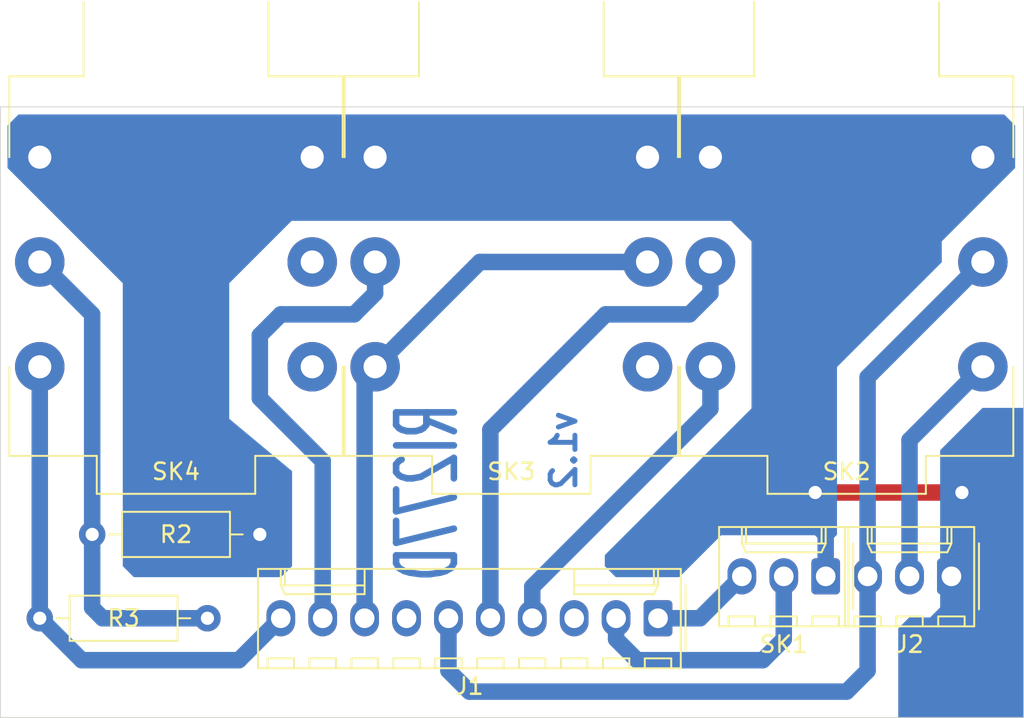
<source format=kicad_pcb>
(kicad_pcb (version 20171130) (host pcbnew 5.1.7-a382d34a8~87~ubuntu16.04.1)

  (general
    (thickness 1.6)
    (drawings 20)
    (tracks 63)
    (zones 0)
    (modules 8)
    (nets 17)
  )

  (page A4)
  (layers
    (0 F.Cu signal)
    (31 B.Cu signal)
    (32 B.Adhes user)
    (33 F.Adhes user)
    (34 B.Paste user)
    (35 F.Paste user)
    (36 B.SilkS user)
    (37 F.SilkS user)
    (38 B.Mask user)
    (39 F.Mask user)
    (40 Dwgs.User user)
    (41 Cmts.User user)
    (42 Eco1.User user)
    (43 Eco2.User user)
    (44 Edge.Cuts user)
    (45 Margin user)
    (46 B.CrtYd user hide)
    (47 F.CrtYd user hide)
    (48 B.Fab user hide)
    (49 F.Fab user hide)
  )

  (setup
    (last_trace_width 1)
    (user_trace_width 1)
    (user_trace_width 4)
    (trace_clearance 0.2)
    (zone_clearance 0.508)
    (zone_45_only no)
    (trace_min 0.2)
    (via_size 0.8)
    (via_drill 0.4)
    (via_min_size 0.4)
    (via_min_drill 0.3)
    (user_via 2 1.2)
    (uvia_size 0.3)
    (uvia_drill 0.1)
    (uvias_allowed no)
    (uvia_min_size 0.2)
    (uvia_min_drill 0.1)
    (edge_width 0.05)
    (segment_width 0.2)
    (pcb_text_width 0.3)
    (pcb_text_size 1.5 1.5)
    (mod_edge_width 0.12)
    (mod_text_size 1.5 1.5)
    (mod_text_width 0.15)
    (pad_size 1.524 1.524)
    (pad_drill 0.762)
    (pad_to_mask_clearance 0)
    (aux_axis_origin 0 0)
    (visible_elements FFFFFF7F)
    (pcbplotparams
      (layerselection 0x01020_7ffffffe)
      (usegerberextensions false)
      (usegerberattributes true)
      (usegerberadvancedattributes true)
      (creategerberjobfile true)
      (excludeedgelayer false)
      (linewidth 0.100000)
      (plotframeref false)
      (viasonmask false)
      (mode 1)
      (useauxorigin false)
      (hpglpennumber 1)
      (hpglpenspeed 20)
      (hpglpendiameter 15.000000)
      (psnegative false)
      (psa4output false)
      (plotreference true)
      (plotvalue true)
      (plotinvisibletext false)
      (padsonsilk false)
      (subtractmaskfromsilk false)
      (outputformat 3)
      (mirror false)
      (drillshape 0)
      (scaleselection 1)
      (outputdirectory ""))
  )

  (net 0 "")
  (net 1 "Net-(J1-Pad1)")
  (net 2 "Net-(J1-Pad2)")
  (net 3 "Net-(J1-Pad3)")
  (net 4 "Net-(J1-Pad4)")
  (net 5 "Net-(J1-Pad5)")
  (net 6 "Net-(J1-Pad6)")
  (net 7 "Net-(J1-Pad7)")
  (net 8 "Net-(J1-Pad8)")
  (net 9 "Net-(J1-Pad9)")
  (net 10 "Net-(J1-Pad10)")
  (net 11 "Net-(J2-Pad2)")
  (net 12 GND)
  (net 13 "Net-(R2-Pad2)")
  (net 14 "Net-(SK3-PadTN)")
  (net 15 "Net-(SK4-PadRN)")
  (net 16 "Net-(SK4-PadTN)")

  (net_class Default "This is the default net class."
    (clearance 0.2)
    (trace_width 0.25)
    (via_dia 0.8)
    (via_drill 0.4)
    (uvia_dia 0.3)
    (uvia_drill 0.1)
    (add_net GND)
    (add_net "Net-(J1-Pad1)")
    (add_net "Net-(J1-Pad10)")
    (add_net "Net-(J1-Pad2)")
    (add_net "Net-(J1-Pad3)")
    (add_net "Net-(J1-Pad4)")
    (add_net "Net-(J1-Pad5)")
    (add_net "Net-(J1-Pad6)")
    (add_net "Net-(J1-Pad7)")
    (add_net "Net-(J1-Pad8)")
    (add_net "Net-(J1-Pad9)")
    (add_net "Net-(J2-Pad2)")
    (add_net "Net-(R2-Pad2)")
    (add_net "Net-(SK3-PadTN)")
    (add_net "Net-(SK4-PadRN)")
    (add_net "Net-(SK4-PadTN)")
  )

  (module Cliff:CL13345 (layer F.Cu) (tedit 5F96A063) (tstamp 5F9867F4)
    (at 40.64 146.05 90)
    (path /5F7D78C7)
    (fp_text reference SK4 (at -19.05 0 180) (layer F.SilkS)
      (effects (font (size 1 1) (thickness 0.15)))
    )
    (fp_text value "Direct Out" (at -6.35 -1.27 270) (layer F.Fab)
      (effects (font (size 1 1) (thickness 0.15)))
    )
    (fp_text user Jack_6.35mm_Cliff_CL13345 (at -6.35 1.27 90) (layer F.Fab)
      (effects (font (size 1 1) (thickness 0.15)))
    )
    (fp_line (start -20.5 10.1) (end -20.5 -10.1) (layer F.CrtYd) (width 0.05))
    (fp_line (start 9.5 10.1) (end -20.5 10.1) (layer F.CrtYd) (width 0.05))
    (fp_line (start 9.5 -10.1) (end 9.5 10.1) (layer F.CrtYd) (width 0.05))
    (fp_line (start -20.5 -10.1) (end 9.5 -10.1) (layer F.CrtYd) (width 0.05))
    (fp_line (start 4.8 -10) (end 4.8 10) (layer F.Fab) (width 0.12))
    (fp_line (start 4.8 -10) (end -18 -10) (layer F.Fab) (width 0.12))
    (fp_line (start -18 -10) (end -18 10) (layer F.Fab) (width 0.12))
    (fp_line (start -18 10) (end 4.8 10) (layer F.Fab) (width 0.12))
    (fp_line (start -20.3 4.7) (end -20.3 -4.7) (layer F.Fab) (width 0.12))
    (fp_line (start -20.3 -4.7) (end -18 -4.7) (layer F.Fab) (width 0.12))
    (fp_line (start -20.3 4.7) (end -18 4.7) (layer F.Fab) (width 0.12))
    (fp_line (start 9.4 5.5) (end 9.4 -5.5) (layer F.Fab) (width 0.12))
    (fp_line (start 9.4 -5.5) (end 4.8 -5.5) (layer F.Fab) (width 0.12))
    (fp_line (start 9.4 5.5) (end 4.8 5.5) (layer F.Fab) (width 0.12))
    (fp_line (start 9.4 -5.6) (end 4.9 -5.6) (layer F.SilkS) (width 0.12))
    (fp_line (start 4.9 -5.6) (end 4.9 -10.1) (layer F.SilkS) (width 0.12))
    (fp_line (start 4.9 -10.1) (end 0 -10.1) (layer F.SilkS) (width 0.12))
    (fp_line (start 9.4 5.6) (end 4.9 5.6) (layer F.SilkS) (width 0.12))
    (fp_line (start 4.9 5.6) (end 4.9 10.1) (layer F.SilkS) (width 0.12))
    (fp_line (start 4.9 10.1) (end 0 10.1) (layer F.SilkS) (width 0.12))
    (fp_line (start -12.7 -10.1) (end -18.1 -10.1) (layer F.SilkS) (width 0.12))
    (fp_line (start -18.1 -10.1) (end -18.1 -4.8) (layer F.SilkS) (width 0.12))
    (fp_line (start -18.1 -4.8) (end -20.4 -4.8) (layer F.SilkS) (width 0.12))
    (fp_line (start -20.4 -4.8) (end -20.4 4.8) (layer F.SilkS) (width 0.12))
    (fp_line (start -20.4 4.8) (end -18.1 4.8) (layer F.SilkS) (width 0.12))
    (fp_line (start -18.1 4.8) (end -18.1 10.1) (layer F.SilkS) (width 0.12))
    (fp_line (start -18.1 10.1) (end -12.7 10.1) (layer F.SilkS) (width 0.12))
    (pad S thru_hole circle (at 0 -8.255 180) (size 3 3) (drill 1.4) (layers *.Cu *.Mask)
      (net 12 GND))
    (pad T thru_hole circle (at -12.7 -8.255 180) (size 3 3) (drill 1.4) (layers *.Cu *.Mask)
      (net 10 "Net-(J1-Pad10)"))
    (pad R thru_hole circle (at -6.35 -8.255 180) (size 3 3) (drill 1.4) (layers *.Cu *.Mask)
      (net 13 "Net-(R2-Pad2)"))
    (pad SN thru_hole circle (at 0 8.255 180) (size 3 3) (drill 1.4) (layers *.Cu *.Mask)
      (net 12 GND))
    (pad RN thru_hole circle (at -6.35 8.255 180) (size 3 3) (drill 1.4) (layers *.Cu *.Mask)
      (net 15 "Net-(SK4-PadRN)"))
    (pad TN thru_hole circle (at -12.7 8.255 180) (size 3 3) (drill 1.4) (layers *.Cu *.Mask)
      (net 16 "Net-(SK4-PadTN)"))
    (model ${KIPRJMOD}/CL13345.step
      (offset (xyz -18 -10 0))
      (scale (xyz 1 1 1))
      (rotate (xyz 0 0 -90))
    )
  )

  (module Cliff:CL13345 (layer F.Cu) (tedit 5F96A063) (tstamp 5F986420)
    (at 60.96 146.05 90)
    (path /5F7D635D)
    (fp_text reference SK3 (at -19.05 0 180) (layer F.SilkS)
      (effects (font (size 1 1) (thickness 0.15)))
    )
    (fp_text value Insert (at -6.35 -1.27 270) (layer F.Fab)
      (effects (font (size 1 1) (thickness 0.15)))
    )
    (fp_text user Jack_6.35mm_Cliff_CL13345 (at -6.35 1.27 90) (layer F.Fab)
      (effects (font (size 1 1) (thickness 0.15)))
    )
    (fp_line (start -20.5 10.1) (end -20.5 -10.1) (layer F.CrtYd) (width 0.05))
    (fp_line (start 9.5 10.1) (end -20.5 10.1) (layer F.CrtYd) (width 0.05))
    (fp_line (start 9.5 -10.1) (end 9.5 10.1) (layer F.CrtYd) (width 0.05))
    (fp_line (start -20.5 -10.1) (end 9.5 -10.1) (layer F.CrtYd) (width 0.05))
    (fp_line (start 4.8 -10) (end 4.8 10) (layer F.Fab) (width 0.12))
    (fp_line (start 4.8 -10) (end -18 -10) (layer F.Fab) (width 0.12))
    (fp_line (start -18 -10) (end -18 10) (layer F.Fab) (width 0.12))
    (fp_line (start -18 10) (end 4.8 10) (layer F.Fab) (width 0.12))
    (fp_line (start -20.3 4.7) (end -20.3 -4.7) (layer F.Fab) (width 0.12))
    (fp_line (start -20.3 -4.7) (end -18 -4.7) (layer F.Fab) (width 0.12))
    (fp_line (start -20.3 4.7) (end -18 4.7) (layer F.Fab) (width 0.12))
    (fp_line (start 9.4 5.5) (end 9.4 -5.5) (layer F.Fab) (width 0.12))
    (fp_line (start 9.4 -5.5) (end 4.8 -5.5) (layer F.Fab) (width 0.12))
    (fp_line (start 9.4 5.5) (end 4.8 5.5) (layer F.Fab) (width 0.12))
    (fp_line (start 9.4 -5.6) (end 4.9 -5.6) (layer F.SilkS) (width 0.12))
    (fp_line (start 4.9 -5.6) (end 4.9 -10.1) (layer F.SilkS) (width 0.12))
    (fp_line (start 4.9 -10.1) (end 0 -10.1) (layer F.SilkS) (width 0.12))
    (fp_line (start 9.4 5.6) (end 4.9 5.6) (layer F.SilkS) (width 0.12))
    (fp_line (start 4.9 5.6) (end 4.9 10.1) (layer F.SilkS) (width 0.12))
    (fp_line (start 4.9 10.1) (end 0 10.1) (layer F.SilkS) (width 0.12))
    (fp_line (start -12.7 -10.1) (end -18.1 -10.1) (layer F.SilkS) (width 0.12))
    (fp_line (start -18.1 -10.1) (end -18.1 -4.8) (layer F.SilkS) (width 0.12))
    (fp_line (start -18.1 -4.8) (end -20.4 -4.8) (layer F.SilkS) (width 0.12))
    (fp_line (start -20.4 -4.8) (end -20.4 4.8) (layer F.SilkS) (width 0.12))
    (fp_line (start -20.4 4.8) (end -18.1 4.8) (layer F.SilkS) (width 0.12))
    (fp_line (start -18.1 4.8) (end -18.1 10.1) (layer F.SilkS) (width 0.12))
    (fp_line (start -18.1 10.1) (end -12.7 10.1) (layer F.SilkS) (width 0.12))
    (pad S thru_hole circle (at 0 -8.255 180) (size 3 3) (drill 1.4) (layers *.Cu *.Mask)
      (net 12 GND))
    (pad T thru_hole circle (at -12.7 -8.255 180) (size 3 3) (drill 1.4) (layers *.Cu *.Mask)
      (net 8 "Net-(J1-Pad8)"))
    (pad R thru_hole circle (at -6.35 -8.255 180) (size 3 3) (drill 1.4) (layers *.Cu *.Mask)
      (net 9 "Net-(J1-Pad9)"))
    (pad SN thru_hole circle (at 0 8.255 180) (size 3 3) (drill 1.4) (layers *.Cu *.Mask)
      (net 12 GND))
    (pad RN thru_hole circle (at -6.35 8.255 180) (size 3 3) (drill 1.4) (layers *.Cu *.Mask)
      (net 8 "Net-(J1-Pad8)"))
    (pad TN thru_hole circle (at -12.7 8.255 180) (size 3 3) (drill 1.4) (layers *.Cu *.Mask)
      (net 14 "Net-(SK3-PadTN)"))
    (model ${KIPRJMOD}/CL13345.step
      (offset (xyz -18 -10 0))
      (scale (xyz 1 1 1))
      (rotate (xyz 0 0 -90))
    )
  )

  (module Cliff:CL13345 (layer F.Cu) (tedit 5F96A063) (tstamp 5F9863FA)
    (at 81.28 146.05 90)
    (path /5F7D3281)
    (fp_text reference SK2 (at -19.05 0 180) (layer F.SilkS)
      (effects (font (size 1 1) (thickness 0.15)))
    )
    (fp_text value "Line Input" (at -6.35 -1.27 270) (layer F.Fab)
      (effects (font (size 1 1) (thickness 0.15)))
    )
    (fp_text user Jack_6.35mm_Cliff_CL13345 (at -6.35 1.27 90) (layer F.Fab)
      (effects (font (size 1 1) (thickness 0.15)))
    )
    (fp_line (start -20.5 10.1) (end -20.5 -10.1) (layer F.CrtYd) (width 0.05))
    (fp_line (start 9.5 10.1) (end -20.5 10.1) (layer F.CrtYd) (width 0.05))
    (fp_line (start 9.5 -10.1) (end 9.5 10.1) (layer F.CrtYd) (width 0.05))
    (fp_line (start -20.5 -10.1) (end 9.5 -10.1) (layer F.CrtYd) (width 0.05))
    (fp_line (start 4.8 -10) (end 4.8 10) (layer F.Fab) (width 0.12))
    (fp_line (start 4.8 -10) (end -18 -10) (layer F.Fab) (width 0.12))
    (fp_line (start -18 -10) (end -18 10) (layer F.Fab) (width 0.12))
    (fp_line (start -18 10) (end 4.8 10) (layer F.Fab) (width 0.12))
    (fp_line (start -20.3 4.7) (end -20.3 -4.7) (layer F.Fab) (width 0.12))
    (fp_line (start -20.3 -4.7) (end -18 -4.7) (layer F.Fab) (width 0.12))
    (fp_line (start -20.3 4.7) (end -18 4.7) (layer F.Fab) (width 0.12))
    (fp_line (start 9.4 5.5) (end 9.4 -5.5) (layer F.Fab) (width 0.12))
    (fp_line (start 9.4 -5.5) (end 4.8 -5.5) (layer F.Fab) (width 0.12))
    (fp_line (start 9.4 5.5) (end 4.8 5.5) (layer F.Fab) (width 0.12))
    (fp_line (start 9.4 -5.6) (end 4.9 -5.6) (layer F.SilkS) (width 0.12))
    (fp_line (start 4.9 -5.6) (end 4.9 -10.1) (layer F.SilkS) (width 0.12))
    (fp_line (start 4.9 -10.1) (end 0 -10.1) (layer F.SilkS) (width 0.12))
    (fp_line (start 9.4 5.6) (end 4.9 5.6) (layer F.SilkS) (width 0.12))
    (fp_line (start 4.9 5.6) (end 4.9 10.1) (layer F.SilkS) (width 0.12))
    (fp_line (start 4.9 10.1) (end 0 10.1) (layer F.SilkS) (width 0.12))
    (fp_line (start -12.7 -10.1) (end -18.1 -10.1) (layer F.SilkS) (width 0.12))
    (fp_line (start -18.1 -10.1) (end -18.1 -4.8) (layer F.SilkS) (width 0.12))
    (fp_line (start -18.1 -4.8) (end -20.4 -4.8) (layer F.SilkS) (width 0.12))
    (fp_line (start -20.4 -4.8) (end -20.4 4.8) (layer F.SilkS) (width 0.12))
    (fp_line (start -20.4 4.8) (end -18.1 4.8) (layer F.SilkS) (width 0.12))
    (fp_line (start -18.1 4.8) (end -18.1 10.1) (layer F.SilkS) (width 0.12))
    (fp_line (start -18.1 10.1) (end -12.7 10.1) (layer F.SilkS) (width 0.12))
    (pad S thru_hole circle (at 0 -8.255 180) (size 3 3) (drill 1.4) (layers *.Cu *.Mask)
      (net 12 GND))
    (pad T thru_hole circle (at -12.7 -8.255 180) (size 3 3) (drill 1.4) (layers *.Cu *.Mask)
      (net 4 "Net-(J1-Pad4)"))
    (pad R thru_hole circle (at -6.35 -8.255 180) (size 3 3) (drill 1.4) (layers *.Cu *.Mask)
      (net 5 "Net-(J1-Pad5)"))
    (pad SN thru_hole circle (at 0 8.255 180) (size 3 3) (drill 1.4) (layers *.Cu *.Mask)
      (net 12 GND))
    (pad RN thru_hole circle (at -6.35 8.255 180) (size 3 3) (drill 1.4) (layers *.Cu *.Mask)
      (net 6 "Net-(J1-Pad6)"))
    (pad TN thru_hole circle (at -12.7 8.255 180) (size 3 3) (drill 1.4) (layers *.Cu *.Mask)
      (net 11 "Net-(J2-Pad2)"))
    (model ${KIPRJMOD}/CL13345.step
      (offset (xyz -18 -10 0))
      (scale (xyz 1 1 1))
      (rotate (xyz 0 0 -90))
    )
  )

  (module Connector_Molex:Molex_KK-254_AE-6410-03A_1x03_P2.54mm_Vertical (layer F.Cu) (tedit 5EA53D3B) (tstamp 5F986D0C)
    (at 80.01 171.45 180)
    (descr "Molex KK-254 Interconnect System, old/engineering part number: AE-6410-03A example for new part number: 22-27-2031, 3 Pins (http://www.molex.com/pdm_docs/sd/022272021_sd.pdf), generated with kicad-footprint-generator")
    (tags "connector Molex KK-254 vertical")
    (path /5F7C5243)
    (fp_text reference SK1 (at 2.54 -4.12) (layer F.SilkS)
      (effects (font (size 1 1) (thickness 0.15)))
    )
    (fp_text value "MIC Input" (at 2.54 4.08) (layer F.Fab)
      (effects (font (size 1 1) (thickness 0.15)))
    )
    (fp_text user %R (at 2.54 -2.22) (layer F.Fab)
      (effects (font (size 1 1) (thickness 0.15)))
    )
    (fp_line (start -1.27 -2.92) (end -1.27 2.88) (layer F.Fab) (width 0.1))
    (fp_line (start -1.27 2.88) (end 6.35 2.88) (layer F.Fab) (width 0.1))
    (fp_line (start 6.35 2.88) (end 6.35 -2.92) (layer F.Fab) (width 0.1))
    (fp_line (start 6.35 -2.92) (end -1.27 -2.92) (layer F.Fab) (width 0.1))
    (fp_line (start -1.38 -3.03) (end -1.38 2.99) (layer F.SilkS) (width 0.12))
    (fp_line (start -1.38 2.99) (end 6.46 2.99) (layer F.SilkS) (width 0.12))
    (fp_line (start 6.46 2.99) (end 6.46 -3.03) (layer F.SilkS) (width 0.12))
    (fp_line (start 6.46 -3.03) (end -1.38 -3.03) (layer F.SilkS) (width 0.12))
    (fp_line (start -1.67 -2) (end -1.67 2) (layer F.SilkS) (width 0.12))
    (fp_line (start -1.27 -0.5) (end -0.562893 0) (layer F.Fab) (width 0.1))
    (fp_line (start -0.562893 0) (end -1.27 0.5) (layer F.Fab) (width 0.1))
    (fp_line (start 0 2.99) (end 0 1.99) (layer F.SilkS) (width 0.12))
    (fp_line (start 0 1.99) (end 5.08 1.99) (layer F.SilkS) (width 0.12))
    (fp_line (start 5.08 1.99) (end 5.08 2.99) (layer F.SilkS) (width 0.12))
    (fp_line (start 0 1.99) (end 0.25 1.46) (layer F.SilkS) (width 0.12))
    (fp_line (start 0.25 1.46) (end 4.83 1.46) (layer F.SilkS) (width 0.12))
    (fp_line (start 4.83 1.46) (end 5.08 1.99) (layer F.SilkS) (width 0.12))
    (fp_line (start 0.25 2.99) (end 0.25 1.99) (layer F.SilkS) (width 0.12))
    (fp_line (start 4.83 2.99) (end 4.83 1.99) (layer F.SilkS) (width 0.12))
    (fp_line (start -0.8 -3.03) (end -0.8 -2.43) (layer F.SilkS) (width 0.12))
    (fp_line (start -0.8 -2.43) (end 0.8 -2.43) (layer F.SilkS) (width 0.12))
    (fp_line (start 0.8 -2.43) (end 0.8 -3.03) (layer F.SilkS) (width 0.12))
    (fp_line (start 1.74 -3.03) (end 1.74 -2.43) (layer F.SilkS) (width 0.12))
    (fp_line (start 1.74 -2.43) (end 3.34 -2.43) (layer F.SilkS) (width 0.12))
    (fp_line (start 3.34 -2.43) (end 3.34 -3.03) (layer F.SilkS) (width 0.12))
    (fp_line (start 4.28 -3.03) (end 4.28 -2.43) (layer F.SilkS) (width 0.12))
    (fp_line (start 4.28 -2.43) (end 5.88 -2.43) (layer F.SilkS) (width 0.12))
    (fp_line (start 5.88 -2.43) (end 5.88 -3.03) (layer F.SilkS) (width 0.12))
    (fp_line (start -1.77 -3.42) (end -1.77 3.38) (layer F.CrtYd) (width 0.05))
    (fp_line (start -1.77 3.38) (end 6.85 3.38) (layer F.CrtYd) (width 0.05))
    (fp_line (start 6.85 3.38) (end 6.85 -3.42) (layer F.CrtYd) (width 0.05))
    (fp_line (start 6.85 -3.42) (end -1.77 -3.42) (layer F.CrtYd) (width 0.05))
    (pad 3 thru_hole oval (at 5.08 0 180) (size 1.74 2.19) (drill 1.19) (layers *.Cu *.Mask)
      (net 1 "Net-(J1-Pad1)"))
    (pad 2 thru_hole oval (at 2.54 0 180) (size 1.74 2.19) (drill 1.19) (layers *.Cu *.Mask)
      (net 2 "Net-(J1-Pad2)"))
    (pad 1 thru_hole roundrect (at 0 0 180) (size 1.74 2.19) (drill 1.19) (layers *.Cu *.Mask) (roundrect_rratio 0.143678)
      (net 12 GND))
    (model ${KISYS3DMOD}/Connector_Molex.3dshapes/Molex_KK-254_AE-6410-03A_1x03_P2.54mm_Vertical.wrl
      (at (xyz 0 0 0))
      (scale (xyz 1 1 1))
      (rotate (xyz 0 0 0))
    )
  )

  (module Resistor_THT:R_Axial_DIN0207_L6.3mm_D2.5mm_P10.16mm_Horizontal (layer F.Cu) (tedit 5AE5139B) (tstamp 5F9863AC)
    (at 32.385 173.99)
    (descr "Resistor, Axial_DIN0207 series, Axial, Horizontal, pin pitch=10.16mm, 0.25W = 1/4W, length*diameter=6.3*2.5mm^2, http://cdn-reichelt.de/documents/datenblatt/B400/1_4W%23YAG.pdf")
    (tags "Resistor Axial_DIN0207 series Axial Horizontal pin pitch 10.16mm 0.25W = 1/4W length 6.3mm diameter 2.5mm")
    (path /5F7C723B)
    (fp_text reference R3 (at 5.08 0) (layer F.SilkS)
      (effects (font (size 1 1) (thickness 0.15)))
    )
    (fp_text value 3k (at 5.08 2.37) (layer F.Fab)
      (effects (font (size 1 1) (thickness 0.15)))
    )
    (fp_text user %R (at 5.08 0) (layer F.Fab)
      (effects (font (size 1 1) (thickness 0.15)))
    )
    (fp_line (start 1.93 -1.25) (end 1.93 1.25) (layer F.Fab) (width 0.1))
    (fp_line (start 1.93 1.25) (end 8.23 1.25) (layer F.Fab) (width 0.1))
    (fp_line (start 8.23 1.25) (end 8.23 -1.25) (layer F.Fab) (width 0.1))
    (fp_line (start 8.23 -1.25) (end 1.93 -1.25) (layer F.Fab) (width 0.1))
    (fp_line (start 0 0) (end 1.93 0) (layer F.Fab) (width 0.1))
    (fp_line (start 10.16 0) (end 8.23 0) (layer F.Fab) (width 0.1))
    (fp_line (start 1.81 -1.37) (end 1.81 1.37) (layer F.SilkS) (width 0.12))
    (fp_line (start 1.81 1.37) (end 8.35 1.37) (layer F.SilkS) (width 0.12))
    (fp_line (start 8.35 1.37) (end 8.35 -1.37) (layer F.SilkS) (width 0.12))
    (fp_line (start 8.35 -1.37) (end 1.81 -1.37) (layer F.SilkS) (width 0.12))
    (fp_line (start 1.04 0) (end 1.81 0) (layer F.SilkS) (width 0.12))
    (fp_line (start 9.12 0) (end 8.35 0) (layer F.SilkS) (width 0.12))
    (fp_line (start -1.05 -1.5) (end -1.05 1.5) (layer F.CrtYd) (width 0.05))
    (fp_line (start -1.05 1.5) (end 11.21 1.5) (layer F.CrtYd) (width 0.05))
    (fp_line (start 11.21 1.5) (end 11.21 -1.5) (layer F.CrtYd) (width 0.05))
    (fp_line (start 11.21 -1.5) (end -1.05 -1.5) (layer F.CrtYd) (width 0.05))
    (pad 2 thru_hole oval (at 10.16 0) (size 1.6 1.6) (drill 0.8) (layers *.Cu *.Mask)
      (net 13 "Net-(R2-Pad2)"))
    (pad 1 thru_hole circle (at 0 0) (size 1.6 1.6) (drill 0.8) (layers *.Cu *.Mask)
      (net 10 "Net-(J1-Pad10)"))
    (model ${KISYS3DMOD}/Resistor_THT.3dshapes/R_Axial_DIN0207_L6.3mm_D2.5mm_P10.16mm_Horizontal.wrl
      (at (xyz 0 0 0))
      (scale (xyz 1 1 1))
      (rotate (xyz 0 0 0))
    )
  )

  (module Resistor_THT:R_Axial_DIN0207_L6.3mm_D2.5mm_P10.16mm_Horizontal (layer F.Cu) (tedit 5AE5139B) (tstamp 5F986395)
    (at 45.72 168.91 180)
    (descr "Resistor, Axial_DIN0207 series, Axial, Horizontal, pin pitch=10.16mm, 0.25W = 1/4W, length*diameter=6.3*2.5mm^2, http://cdn-reichelt.de/documents/datenblatt/B400/1_4W%23YAG.pdf")
    (tags "Resistor Axial_DIN0207 series Axial Horizontal pin pitch 10.16mm 0.25W = 1/4W length 6.3mm diameter 2.5mm")
    (path /5F7C61CF)
    (fp_text reference R2 (at 5.08 0) (layer F.SilkS)
      (effects (font (size 1 1) (thickness 0.15)))
    )
    (fp_text value 1k (at 5.08 2.37) (layer F.Fab)
      (effects (font (size 1 1) (thickness 0.15)))
    )
    (fp_text user %R (at 5.08 0) (layer F.Fab)
      (effects (font (size 1 1) (thickness 0.15)))
    )
    (fp_line (start 1.93 -1.25) (end 1.93 1.25) (layer F.Fab) (width 0.1))
    (fp_line (start 1.93 1.25) (end 8.23 1.25) (layer F.Fab) (width 0.1))
    (fp_line (start 8.23 1.25) (end 8.23 -1.25) (layer F.Fab) (width 0.1))
    (fp_line (start 8.23 -1.25) (end 1.93 -1.25) (layer F.Fab) (width 0.1))
    (fp_line (start 0 0) (end 1.93 0) (layer F.Fab) (width 0.1))
    (fp_line (start 10.16 0) (end 8.23 0) (layer F.Fab) (width 0.1))
    (fp_line (start 1.81 -1.37) (end 1.81 1.37) (layer F.SilkS) (width 0.12))
    (fp_line (start 1.81 1.37) (end 8.35 1.37) (layer F.SilkS) (width 0.12))
    (fp_line (start 8.35 1.37) (end 8.35 -1.37) (layer F.SilkS) (width 0.12))
    (fp_line (start 8.35 -1.37) (end 1.81 -1.37) (layer F.SilkS) (width 0.12))
    (fp_line (start 1.04 0) (end 1.81 0) (layer F.SilkS) (width 0.12))
    (fp_line (start 9.12 0) (end 8.35 0) (layer F.SilkS) (width 0.12))
    (fp_line (start -1.05 -1.5) (end -1.05 1.5) (layer F.CrtYd) (width 0.05))
    (fp_line (start -1.05 1.5) (end 11.21 1.5) (layer F.CrtYd) (width 0.05))
    (fp_line (start 11.21 1.5) (end 11.21 -1.5) (layer F.CrtYd) (width 0.05))
    (fp_line (start 11.21 -1.5) (end -1.05 -1.5) (layer F.CrtYd) (width 0.05))
    (pad 2 thru_hole oval (at 10.16 0 180) (size 1.6 1.6) (drill 0.8) (layers *.Cu *.Mask)
      (net 13 "Net-(R2-Pad2)"))
    (pad 1 thru_hole circle (at 0 0 180) (size 1.6 1.6) (drill 0.8) (layers *.Cu *.Mask)
      (net 12 GND))
    (model ${KISYS3DMOD}/Resistor_THT.3dshapes/R_Axial_DIN0207_L6.3mm_D2.5mm_P10.16mm_Horizontal.wrl
      (at (xyz 0 0 0))
      (scale (xyz 1 1 1))
      (rotate (xyz 0 0 0))
    )
  )

  (module Connector_Molex:Molex_KK-254_AE-6410-03A_1x03_P2.54mm_Vertical (layer F.Cu) (tedit 5EA53D3B) (tstamp 5F98637E)
    (at 87.63 171.45 180)
    (descr "Molex KK-254 Interconnect System, old/engineering part number: AE-6410-03A example for new part number: 22-27-2031, 3 Pins (http://www.molex.com/pdm_docs/sd/022272021_sd.pdf), generated with kicad-footprint-generator")
    (tags "connector Molex KK-254 vertical")
    (path /5F989AAC)
    (fp_text reference J2 (at 2.54 -4.12) (layer F.SilkS)
      (effects (font (size 1 1) (thickness 0.15)))
    )
    (fp_text value "Tape Return" (at 2.54 4.08) (layer F.Fab)
      (effects (font (size 1 1) (thickness 0.15)))
    )
    (fp_text user %R (at 2.54 -2.22) (layer F.Fab)
      (effects (font (size 1 1) (thickness 0.15)))
    )
    (fp_line (start -1.27 -2.92) (end -1.27 2.88) (layer F.Fab) (width 0.1))
    (fp_line (start -1.27 2.88) (end 6.35 2.88) (layer F.Fab) (width 0.1))
    (fp_line (start 6.35 2.88) (end 6.35 -2.92) (layer F.Fab) (width 0.1))
    (fp_line (start 6.35 -2.92) (end -1.27 -2.92) (layer F.Fab) (width 0.1))
    (fp_line (start -1.38 -3.03) (end -1.38 2.99) (layer F.SilkS) (width 0.12))
    (fp_line (start -1.38 2.99) (end 6.46 2.99) (layer F.SilkS) (width 0.12))
    (fp_line (start 6.46 2.99) (end 6.46 -3.03) (layer F.SilkS) (width 0.12))
    (fp_line (start 6.46 -3.03) (end -1.38 -3.03) (layer F.SilkS) (width 0.12))
    (fp_line (start -1.67 -2) (end -1.67 2) (layer F.SilkS) (width 0.12))
    (fp_line (start -1.27 -0.5) (end -0.562893 0) (layer F.Fab) (width 0.1))
    (fp_line (start -0.562893 0) (end -1.27 0.5) (layer F.Fab) (width 0.1))
    (fp_line (start 0 2.99) (end 0 1.99) (layer F.SilkS) (width 0.12))
    (fp_line (start 0 1.99) (end 5.08 1.99) (layer F.SilkS) (width 0.12))
    (fp_line (start 5.08 1.99) (end 5.08 2.99) (layer F.SilkS) (width 0.12))
    (fp_line (start 0 1.99) (end 0.25 1.46) (layer F.SilkS) (width 0.12))
    (fp_line (start 0.25 1.46) (end 4.83 1.46) (layer F.SilkS) (width 0.12))
    (fp_line (start 4.83 1.46) (end 5.08 1.99) (layer F.SilkS) (width 0.12))
    (fp_line (start 0.25 2.99) (end 0.25 1.99) (layer F.SilkS) (width 0.12))
    (fp_line (start 4.83 2.99) (end 4.83 1.99) (layer F.SilkS) (width 0.12))
    (fp_line (start -0.8 -3.03) (end -0.8 -2.43) (layer F.SilkS) (width 0.12))
    (fp_line (start -0.8 -2.43) (end 0.8 -2.43) (layer F.SilkS) (width 0.12))
    (fp_line (start 0.8 -2.43) (end 0.8 -3.03) (layer F.SilkS) (width 0.12))
    (fp_line (start 1.74 -3.03) (end 1.74 -2.43) (layer F.SilkS) (width 0.12))
    (fp_line (start 1.74 -2.43) (end 3.34 -2.43) (layer F.SilkS) (width 0.12))
    (fp_line (start 3.34 -2.43) (end 3.34 -3.03) (layer F.SilkS) (width 0.12))
    (fp_line (start 4.28 -3.03) (end 4.28 -2.43) (layer F.SilkS) (width 0.12))
    (fp_line (start 4.28 -2.43) (end 5.88 -2.43) (layer F.SilkS) (width 0.12))
    (fp_line (start 5.88 -2.43) (end 5.88 -3.03) (layer F.SilkS) (width 0.12))
    (fp_line (start -1.77 -3.42) (end -1.77 3.38) (layer F.CrtYd) (width 0.05))
    (fp_line (start -1.77 3.38) (end 6.85 3.38) (layer F.CrtYd) (width 0.05))
    (fp_line (start 6.85 3.38) (end 6.85 -3.42) (layer F.CrtYd) (width 0.05))
    (fp_line (start 6.85 -3.42) (end -1.77 -3.42) (layer F.CrtYd) (width 0.05))
    (pad 3 thru_hole oval (at 5.08 0 180) (size 1.74 2.19) (drill 1.19) (layers *.Cu *.Mask)
      (net 6 "Net-(J1-Pad6)"))
    (pad 2 thru_hole oval (at 2.54 0 180) (size 1.74 2.19) (drill 1.19) (layers *.Cu *.Mask)
      (net 11 "Net-(J2-Pad2)"))
    (pad 1 thru_hole roundrect (at 0 0 180) (size 1.74 2.19) (drill 1.19) (layers *.Cu *.Mask) (roundrect_rratio 0.143678)
      (net 12 GND))
    (model ${KISYS3DMOD}/Connector_Molex.3dshapes/Molex_KK-254_AE-6410-03A_1x03_P2.54mm_Vertical.wrl
      (at (xyz 0 0 0))
      (scale (xyz 1 1 1))
      (rotate (xyz 0 0 0))
    )
  )

  (module Connector_Molex:Molex_KK-254_AE-6410-10A_1x10_P2.54mm_Vertical (layer F.Cu) (tedit 5EA53D3B) (tstamp 5F986356)
    (at 69.85 173.99 180)
    (descr "Molex KK-254 Interconnect System, old/engineering part number: AE-6410-10A example for new part number: 22-27-2101, 10 Pins (http://www.molex.com/pdm_docs/sd/022272021_sd.pdf), generated with kicad-footprint-generator")
    (tags "connector Molex KK-254 vertical")
    (path /5F7BCA68)
    (fp_text reference J1 (at 11.43 -4.12) (layer F.SilkS)
      (effects (font (size 1 1) (thickness 0.15)))
    )
    (fp_text value "Ribbon Cable" (at 11.43 4.08) (layer F.Fab)
      (effects (font (size 1 1) (thickness 0.15)))
    )
    (fp_text user %R (at 11.43 -2.22) (layer F.Fab)
      (effects (font (size 1 1) (thickness 0.15)))
    )
    (fp_line (start -1.27 -2.92) (end -1.27 2.88) (layer F.Fab) (width 0.1))
    (fp_line (start -1.27 2.88) (end 24.13 2.88) (layer F.Fab) (width 0.1))
    (fp_line (start 24.13 2.88) (end 24.13 -2.92) (layer F.Fab) (width 0.1))
    (fp_line (start 24.13 -2.92) (end -1.27 -2.92) (layer F.Fab) (width 0.1))
    (fp_line (start -1.38 -3.03) (end -1.38 2.99) (layer F.SilkS) (width 0.12))
    (fp_line (start -1.38 2.99) (end 24.24 2.99) (layer F.SilkS) (width 0.12))
    (fp_line (start 24.24 2.99) (end 24.24 -3.03) (layer F.SilkS) (width 0.12))
    (fp_line (start 24.24 -3.03) (end -1.38 -3.03) (layer F.SilkS) (width 0.12))
    (fp_line (start -1.67 -2) (end -1.67 2) (layer F.SilkS) (width 0.12))
    (fp_line (start -1.27 -0.5) (end -0.562893 0) (layer F.Fab) (width 0.1))
    (fp_line (start -0.562893 0) (end -1.27 0.5) (layer F.Fab) (width 0.1))
    (fp_line (start 0 2.99) (end 0 1.99) (layer F.SilkS) (width 0.12))
    (fp_line (start 0 1.99) (end 5.08 1.99) (layer F.SilkS) (width 0.12))
    (fp_line (start 5.08 1.99) (end 5.08 2.99) (layer F.SilkS) (width 0.12))
    (fp_line (start 0 1.99) (end 0.25 1.46) (layer F.SilkS) (width 0.12))
    (fp_line (start 0.25 1.46) (end 5.08 1.46) (layer F.SilkS) (width 0.12))
    (fp_line (start 5.08 1.46) (end 5.08 1.99) (layer F.SilkS) (width 0.12))
    (fp_line (start 0.25 2.99) (end 0.25 1.99) (layer F.SilkS) (width 0.12))
    (fp_line (start 22.86 2.99) (end 22.86 1.99) (layer F.SilkS) (width 0.12))
    (fp_line (start 22.86 1.99) (end 17.78 1.99) (layer F.SilkS) (width 0.12))
    (fp_line (start 17.78 1.99) (end 17.78 2.99) (layer F.SilkS) (width 0.12))
    (fp_line (start 22.86 1.99) (end 22.61 1.46) (layer F.SilkS) (width 0.12))
    (fp_line (start 22.61 1.46) (end 17.78 1.46) (layer F.SilkS) (width 0.12))
    (fp_line (start 17.78 1.46) (end 17.78 1.99) (layer F.SilkS) (width 0.12))
    (fp_line (start 22.61 2.99) (end 22.61 1.99) (layer F.SilkS) (width 0.12))
    (fp_line (start -0.8 -3.03) (end -0.8 -2.43) (layer F.SilkS) (width 0.12))
    (fp_line (start -0.8 -2.43) (end 0.8 -2.43) (layer F.SilkS) (width 0.12))
    (fp_line (start 0.8 -2.43) (end 0.8 -3.03) (layer F.SilkS) (width 0.12))
    (fp_line (start 1.74 -3.03) (end 1.74 -2.43) (layer F.SilkS) (width 0.12))
    (fp_line (start 1.74 -2.43) (end 3.34 -2.43) (layer F.SilkS) (width 0.12))
    (fp_line (start 3.34 -2.43) (end 3.34 -3.03) (layer F.SilkS) (width 0.12))
    (fp_line (start 4.28 -3.03) (end 4.28 -2.43) (layer F.SilkS) (width 0.12))
    (fp_line (start 4.28 -2.43) (end 5.88 -2.43) (layer F.SilkS) (width 0.12))
    (fp_line (start 5.88 -2.43) (end 5.88 -3.03) (layer F.SilkS) (width 0.12))
    (fp_line (start 6.82 -3.03) (end 6.82 -2.43) (layer F.SilkS) (width 0.12))
    (fp_line (start 6.82 -2.43) (end 8.42 -2.43) (layer F.SilkS) (width 0.12))
    (fp_line (start 8.42 -2.43) (end 8.42 -3.03) (layer F.SilkS) (width 0.12))
    (fp_line (start 9.36 -3.03) (end 9.36 -2.43) (layer F.SilkS) (width 0.12))
    (fp_line (start 9.36 -2.43) (end 10.96 -2.43) (layer F.SilkS) (width 0.12))
    (fp_line (start 10.96 -2.43) (end 10.96 -3.03) (layer F.SilkS) (width 0.12))
    (fp_line (start 11.9 -3.03) (end 11.9 -2.43) (layer F.SilkS) (width 0.12))
    (fp_line (start 11.9 -2.43) (end 13.5 -2.43) (layer F.SilkS) (width 0.12))
    (fp_line (start 13.5 -2.43) (end 13.5 -3.03) (layer F.SilkS) (width 0.12))
    (fp_line (start 14.44 -3.03) (end 14.44 -2.43) (layer F.SilkS) (width 0.12))
    (fp_line (start 14.44 -2.43) (end 16.04 -2.43) (layer F.SilkS) (width 0.12))
    (fp_line (start 16.04 -2.43) (end 16.04 -3.03) (layer F.SilkS) (width 0.12))
    (fp_line (start 16.98 -3.03) (end 16.98 -2.43) (layer F.SilkS) (width 0.12))
    (fp_line (start 16.98 -2.43) (end 18.58 -2.43) (layer F.SilkS) (width 0.12))
    (fp_line (start 18.58 -2.43) (end 18.58 -3.03) (layer F.SilkS) (width 0.12))
    (fp_line (start 19.52 -3.03) (end 19.52 -2.43) (layer F.SilkS) (width 0.12))
    (fp_line (start 19.52 -2.43) (end 21.12 -2.43) (layer F.SilkS) (width 0.12))
    (fp_line (start 21.12 -2.43) (end 21.12 -3.03) (layer F.SilkS) (width 0.12))
    (fp_line (start 22.06 -3.03) (end 22.06 -2.43) (layer F.SilkS) (width 0.12))
    (fp_line (start 22.06 -2.43) (end 23.66 -2.43) (layer F.SilkS) (width 0.12))
    (fp_line (start 23.66 -2.43) (end 23.66 -3.03) (layer F.SilkS) (width 0.12))
    (fp_line (start -1.77 -3.42) (end -1.77 3.38) (layer F.CrtYd) (width 0.05))
    (fp_line (start -1.77 3.38) (end 24.63 3.38) (layer F.CrtYd) (width 0.05))
    (fp_line (start 24.63 3.38) (end 24.63 -3.42) (layer F.CrtYd) (width 0.05))
    (fp_line (start 24.63 -3.42) (end -1.77 -3.42) (layer F.CrtYd) (width 0.05))
    (pad 10 thru_hole oval (at 22.86 0 180) (size 1.74 2.19) (drill 1.19) (layers *.Cu *.Mask)
      (net 10 "Net-(J1-Pad10)"))
    (pad 9 thru_hole oval (at 20.32 0 180) (size 1.74 2.19) (drill 1.19) (layers *.Cu *.Mask)
      (net 9 "Net-(J1-Pad9)"))
    (pad 8 thru_hole oval (at 17.78 0 180) (size 1.74 2.19) (drill 1.19) (layers *.Cu *.Mask)
      (net 8 "Net-(J1-Pad8)"))
    (pad 7 thru_hole oval (at 15.24 0 180) (size 1.74 2.19) (drill 1.19) (layers *.Cu *.Mask)
      (net 7 "Net-(J1-Pad7)"))
    (pad 6 thru_hole oval (at 12.7 0 180) (size 1.74 2.19) (drill 1.19) (layers *.Cu *.Mask)
      (net 6 "Net-(J1-Pad6)"))
    (pad 5 thru_hole oval (at 10.16 0 180) (size 1.74 2.19) (drill 1.19) (layers *.Cu *.Mask)
      (net 5 "Net-(J1-Pad5)"))
    (pad 4 thru_hole oval (at 7.62 0 180) (size 1.74 2.19) (drill 1.19) (layers *.Cu *.Mask)
      (net 4 "Net-(J1-Pad4)"))
    (pad 3 thru_hole oval (at 5.08 0 180) (size 1.74 2.19) (drill 1.19) (layers *.Cu *.Mask)
      (net 3 "Net-(J1-Pad3)"))
    (pad 2 thru_hole oval (at 2.54 0 180) (size 1.74 2.19) (drill 1.19) (layers *.Cu *.Mask)
      (net 2 "Net-(J1-Pad2)"))
    (pad 1 thru_hole roundrect (at 0 0 180) (size 1.74 2.19) (drill 1.19) (layers *.Cu *.Mask) (roundrect_rratio 0.143678)
      (net 1 "Net-(J1-Pad1)"))
    (model ${KISYS3DMOD}/Connector_Molex.3dshapes/Molex_KK-254_AE-6410-10A_1x10_P2.54mm_Vertical.wrl
      (at (xyz 0 0 0))
      (scale (xyz 1 1 1))
      (rotate (xyz 0 0 0))
    )
  )

  (gr_poly (pts (xy 92 180) (xy 84.455 180) (xy 84.455 174.625) (xy 85.09 173.99) (xy 86.36 173.99) (xy 86.995 173.355) (xy 86.995 163.83) (xy 89.535 161.29) (xy 92 161.29)) (layer B.Cu) (width 0.1))
  (gr_text R2 (at 40.64 171.45) (layer Cmts.User) (tstamp 5F9877C6)
    (effects (font (size 1.5 1.5) (thickness 0.15)))
  )
  (gr_text R3 (at 37.465 176.53) (layer Cmts.User) (tstamp 5F9877C6)
    (effects (font (size 1.5 1.5) (thickness 0.15)))
  )
  (gr_text SK1 (at 75.565 167.005) (layer Cmts.User) (tstamp 5F9877D6)
    (effects (font (size 1.5 1.5) (thickness 0.15)))
  )
  (gr_text SK4 (at 49.53 167.005 90) (layer Cmts.User) (tstamp 5F9877C6)
    (effects (font (size 1.5 1.5) (thickness 0.15)))
  )
  (gr_text SK3 (at 69.85 167.005 90) (layer Cmts.User) (tstamp 5F9877C6)
    (effects (font (size 1.5 1.5) (thickness 0.15)))
  )
  (gr_text SK2 (at 90.17 167.005 90) (layer Cmts.User)
    (effects (font (size 1.5 1.5) (thickness 0.15)))
  )
  (gr_poly (pts (xy 86.995 151.13) (xy 86.995 152.4) (xy 80.645 158.75) (xy 80.645 168.91) (xy 80.01 169.545) (xy 79.375 168.91) (xy 73.66 168.91) (xy 71.12 171.45) (xy 67.31 171.45) (xy 66.675 170.815) (xy 66.675 170.18) (xy 75.565 161.29) (xy 75.565 151.13) (xy 74.295 149.86) (xy 47.625 149.86) (xy 43.815 153.67) (xy 43.815 161.925) (xy 47.625 165.1) (xy 47.625 170.815) (xy 46.99 171.45) (xy 38.1 171.45) (xy 37.465 170.815) (xy 37.465 153.67) (xy 30.48 146.685) (xy 30.48 144.145) (xy 31.115 143.51) (xy 90.805 143.51) (xy 91.44 144.145) (xy 91.44 146.685)) (layer B.Cu) (width 0.1))
  (gr_line (start 30 143) (end 30 180) (layer Edge.Cuts) (width 0.05) (tstamp 5F984FE4))
  (gr_line (start 92 143) (end 30 143) (layer Edge.Cuts) (width 0.05))
  (gr_line (start 92 180) (end 92 143) (layer Edge.Cuts) (width 0.05))
  (gr_line (start 30 180) (end 92 180) (layer Edge.Cuts) (width 0.05))
  (gr_text + (at 74.93 175.895 90) (layer Cmts.User) (tstamp 5F80852B)
    (effects (font (size 1.5 1.5) (thickness 0.15)))
  )
  (gr_text SCN (at 80.01 177.165 90) (layer Cmts.User) (tstamp 5F80852A)
    (effects (font (size 1.5 1.5) (thickness 0.15)))
  )
  (gr_text - (at 77.47 175.895 90) (layer Cmts.User) (tstamp 5F808529)
    (effects (font (size 1.5 1.5) (thickness 0.15)))
  )
  (gr_text v1.2 (at 64.135 163.83 90) (layer B.Cu) (tstamp 5F808528)
    (effects (font (size 1.5 1.5) (thickness 0.3)) (justify mirror))
  )
  (gr_text TRR (at 85.09 177.165 90) (layer Cmts.User) (tstamp 5F808525)
    (effects (font (size 1.5 1.5) (thickness 0.15)))
  )
  (gr_text TRT (at 82.55 177.165 90) (layer Cmts.User) (tstamp 5F808522)
    (effects (font (size 1.5 1.5) (thickness 0.15)))
  )
  (gr_text RI277D (at 55.88 166.37 90) (layer B.Cu) (tstamp 5F987799)
    (effects (font (size 3.5 2) (thickness 0.4)) (justify mirror))
  )
  (gr_text SCN (at 87.63 177.165 90) (layer Cmts.User) (tstamp 5F8084CB)
    (effects (font (size 1.5 1.5) (thickness 0.15)))
  )

  (segment (start 72.39 173.99) (end 74.93 171.45) (width 1) (layer B.Cu) (net 1))
  (segment (start 69.85 173.99) (end 72.39 173.99) (width 1) (layer B.Cu) (net 1))
  (segment (start 67.31 173.99) (end 67.31 175.26) (width 1) (layer B.Cu) (net 2))
  (segment (start 67.31 175.26) (end 68.58 176.53) (width 1) (layer B.Cu) (net 2))
  (segment (start 68.58 176.53) (end 76.2 176.53) (width 1) (layer B.Cu) (net 2))
  (segment (start 77.47 175.26) (end 77.47 171.45) (width 1) (layer B.Cu) (net 2))
  (segment (start 76.2 176.53) (end 77.47 175.26) (width 1) (layer B.Cu) (net 2))
  (segment (start 73.025 161.29) (end 73.025 158.75) (width 1) (layer B.Cu) (net 4))
  (segment (start 62.23 172.085) (end 73.025 161.29) (width 1) (layer B.Cu) (net 4))
  (segment (start 62.23 173.99) (end 62.23 172.085) (width 1) (layer B.Cu) (net 4))
  (segment (start 59.69 173.99) (end 59.69 162.56) (width 1) (layer B.Cu) (net 5))
  (segment (start 59.69 162.56) (end 66.675 155.575) (width 1) (layer B.Cu) (net 5))
  (segment (start 66.675 155.575) (end 71.755 155.575) (width 1) (layer B.Cu) (net 5))
  (segment (start 73.025 154.305) (end 73.025 152.4) (width 1) (layer B.Cu) (net 5))
  (segment (start 71.755 155.575) (end 73.025 154.305) (width 1) (layer B.Cu) (net 5))
  (segment (start 82.55 159.385) (end 89.535 152.4) (width 1) (layer B.Cu) (net 6))
  (segment (start 82.55 171.45) (end 82.55 159.385) (width 1) (layer B.Cu) (net 6))
  (segment (start 57.15 173.99) (end 57.15 177.165) (width 1) (layer B.Cu) (net 6))
  (segment (start 57.15 177.165) (end 58.42 178.435) (width 1) (layer B.Cu) (net 6))
  (segment (start 58.42 178.435) (end 81.28 178.435) (width 1) (layer B.Cu) (net 6))
  (segment (start 82.55 177.165) (end 82.55 171.45) (width 1) (layer B.Cu) (net 6))
  (segment (start 81.28 178.435) (end 82.55 177.165) (width 1) (layer B.Cu) (net 6))
  (segment (start 52.07 159.385) (end 52.705 158.75) (width 1) (layer B.Cu) (net 8))
  (segment (start 52.07 173.99) (end 52.07 159.385) (width 1) (layer B.Cu) (net 8))
  (segment (start 52.705 158.75) (end 59.055 152.4) (width 1) (layer B.Cu) (net 8))
  (segment (start 59.055 152.4) (end 69.215 152.4) (width 1) (layer B.Cu) (net 8))
  (segment (start 52.705 152.4) (end 52.705 154.305) (width 1) (layer B.Cu) (net 9))
  (segment (start 52.705 154.305) (end 51.435 155.575) (width 1) (layer B.Cu) (net 9))
  (segment (start 51.435 155.575) (end 46.99 155.575) (width 1) (layer B.Cu) (net 9))
  (segment (start 46.99 155.575) (end 45.72 156.845) (width 1) (layer B.Cu) (net 9))
  (segment (start 45.72 156.845) (end 45.72 160.655) (width 1) (layer B.Cu) (net 9))
  (segment (start 49.53 164.465) (end 49.53 173.99) (width 1) (layer B.Cu) (net 9))
  (segment (start 45.72 160.655) (end 49.53 164.465) (width 1) (layer B.Cu) (net 9))
  (segment (start 32.385 158.75) (end 32.385 173.99) (width 1) (layer B.Cu) (net 10))
  (segment (start 32.385 173.99) (end 34.925 176.53) (width 1) (layer B.Cu) (net 10))
  (segment (start 34.925 176.53) (end 44.45 176.53) (width 1) (layer B.Cu) (net 10))
  (segment (start 44.45 176.53) (end 46.99 173.99) (width 1) (layer B.Cu) (net 10))
  (segment (start 85.09 163.195) (end 89.535 158.75) (width 1) (layer B.Cu) (net 11))
  (segment (start 85.09 171.45) (end 85.09 163.195) (width 1) (layer B.Cu) (net 11))
  (segment (start 48.895 146.05) (end 52.705 146.05) (width 1) (layer B.Cu) (net 12))
  (segment (start 52.705 146.05) (end 69.215 146.05) (width 1) (layer B.Cu) (net 12))
  (segment (start 69.215 146.05) (end 73.025 146.05) (width 1) (layer B.Cu) (net 12))
  (segment (start 45.72 146.05) (end 48.895 146.05) (width 1) (layer B.Cu) (net 12))
  (segment (start 45.72 168.91) (end 45.72 164.465) (width 1) (layer B.Cu) (net 12))
  (segment (start 32.385 146.05) (end 42.545 146.05) (width 1) (layer B.Cu) (net 12))
  (segment (start 42.545 146.05) (end 45.72 146.05) (width 1) (layer B.Cu) (net 12))
  (segment (start 45.72 164.465) (end 42.545 161.29) (width 1) (layer B.Cu) (net 12))
  (segment (start 42.545 161.29) (end 42.545 146.05) (width 1) (layer B.Cu) (net 12))
  (segment (start 80.01 146.05) (end 89.535 146.05) (width 1) (layer B.Cu) (net 12))
  (segment (start 73.025 146.05) (end 80.01 146.05) (width 1) (layer B.Cu) (net 12))
  (segment (start 87.63 171.45) (end 88.9 170.18) (width 1) (layer B.Cu) (net 12))
  (segment (start 88.9 170.18) (end 88.9 166.37) (width 1) (layer B.Cu) (net 12))
  (via (at 88.265 166.37) (size 1.6) (drill 0.8) (layers F.Cu B.Cu) (net 12))
  (via (at 79.375 166.37) (size 1.6) (drill 0.8) (layers F.Cu B.Cu) (net 12))
  (segment (start 78.74 166.37) (end 80.01 166.37) (width 1) (layer B.Cu) (net 12))
  (segment (start 80.01 166.37) (end 80.01 146.05) (width 1) (layer B.Cu) (net 12))
  (segment (start 80.01 171.45) (end 80.01 166.37) (width 1) (layer B.Cu) (net 12))
  (segment (start 88.265 166.37) (end 79.375 166.37) (width 1) (layer F.Cu) (net 12))
  (segment (start 35.56 155.575) (end 35.56 168.91) (width 1) (layer B.Cu) (net 13))
  (segment (start 32.385 152.4) (end 35.56 155.575) (width 1) (layer B.Cu) (net 13))
  (segment (start 35.56 168.91) (end 35.56 173.355) (width 1) (layer B.Cu) (net 13))
  (segment (start 36.195 173.99) (end 42.545 173.99) (width 1) (layer B.Cu) (net 13))
  (segment (start 35.56 173.355) (end 36.195 173.99) (width 1) (layer B.Cu) (net 13))

)

</source>
